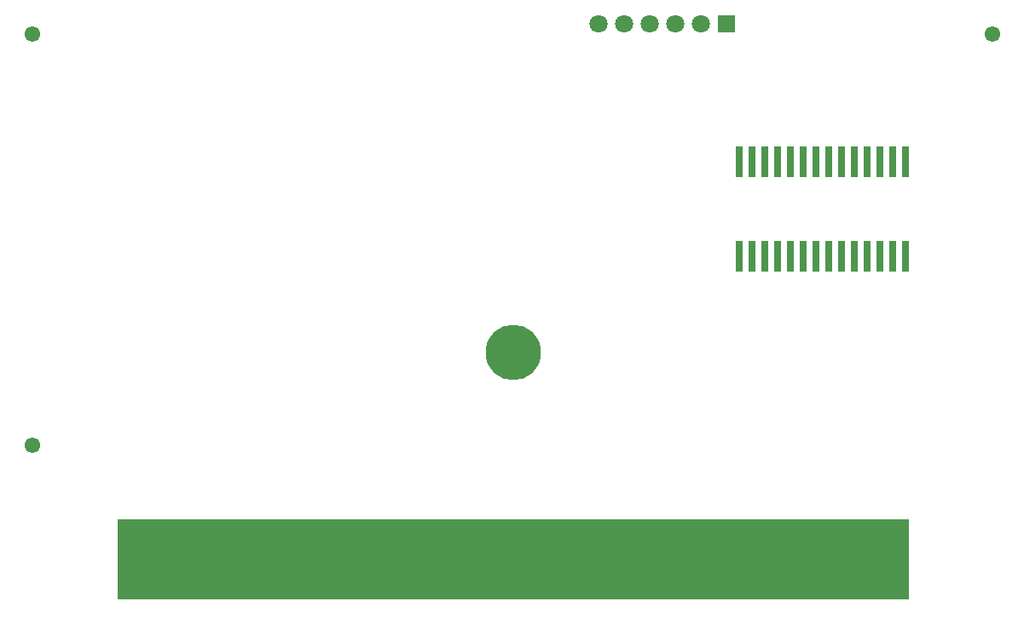
<source format=gbr>
G04 DipTrace 4.0.0.5*
G04 BottomMask.gbr*
%MOIN*%
G04 #@! TF.FileFunction,Soldermask,Bot*
G04 #@! TF.Part,Single*
%ADD22C,0.045354*%
%ADD23C,0.061102*%
%ADD40C,0.216535*%
%ADD51R,0.027559X0.122047*%
%ADD63C,0.070866*%
%ADD67R,0.070866X0.070866*%
%FSLAX26Y26*%
G04*
G70*
G90*
G75*
G01*
G04 BotMask*
%LPD*%
D23*
X481202Y2606201D3*
D3*
D22*
D3*
D23*
X4234325D3*
D3*
D22*
D3*
D23*
X481199Y996825D3*
D3*
D22*
D3*
D40*
X2362205Y1360310D3*
D67*
X3193701Y2646825D3*
D63*
X3093701D3*
X2993701D3*
X2893701D3*
X2793701D3*
X2693701D3*
D51*
X3896825Y1736786D3*
X3846825D3*
X3796825D3*
X3746825D3*
X3696825D3*
X3646825D3*
X3596825D3*
X3546825D3*
X3496825D3*
X3446825D3*
X3396825D3*
X3346825D3*
X3296825D3*
X3246825D3*
Y2106865D3*
X3296825D3*
X3346825D3*
X3396825D3*
X3446825D3*
X3496825D3*
X3546825D3*
X3596825D3*
X3646825D3*
X3696825D3*
X3746825D3*
X3796825D3*
X3846825D3*
X3896825D3*
G36*
X815576Y706201D2*
X3909325D1*
Y393701D1*
X815576D1*
Y706201D1*
G37*
M02*

</source>
